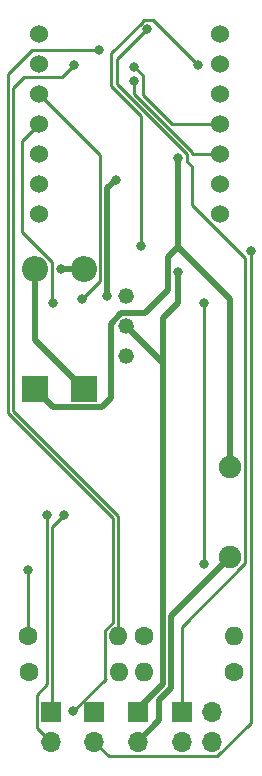
<source format=gbl>
%TF.GenerationSoftware,KiCad,Pcbnew,7.0.10*%
%TF.CreationDate,2024-06-11T00:53:48-07:00*%
%TF.ProjectId,FloatSID,466c6f61-7453-4494-942e-6b696361645f,rev?*%
%TF.SameCoordinates,Original*%
%TF.FileFunction,Copper,L2,Bot*%
%TF.FilePolarity,Positive*%
%FSLAX46Y46*%
G04 Gerber Fmt 4.6, Leading zero omitted, Abs format (unit mm)*
G04 Created by KiCad (PCBNEW 7.0.10) date 2024-06-11 00:53:48*
%MOMM*%
%LPD*%
G01*
G04 APERTURE LIST*
%TA.AperFunction,ComponentPad*%
%ADD10C,1.524000*%
%TD*%
%TA.AperFunction,ComponentPad*%
%ADD11C,1.600000*%
%TD*%
%TA.AperFunction,ComponentPad*%
%ADD12O,1.600000X1.600000*%
%TD*%
%TA.AperFunction,ComponentPad*%
%ADD13C,1.320800*%
%TD*%
%TA.AperFunction,ComponentPad*%
%ADD14R,1.700000X1.700000*%
%TD*%
%TA.AperFunction,ComponentPad*%
%ADD15O,1.700000X1.700000*%
%TD*%
%TA.AperFunction,ComponentPad*%
%ADD16O,2.200000X2.200000*%
%TD*%
%TA.AperFunction,ComponentPad*%
%ADD17R,2.200000X2.200000*%
%TD*%
%TA.AperFunction,ComponentPad*%
%ADD18C,1.905000*%
%TD*%
%TA.AperFunction,ViaPad*%
%ADD19C,0.800000*%
%TD*%
%TA.AperFunction,Conductor*%
%ADD20C,0.250000*%
%TD*%
%TA.AperFunction,Conductor*%
%ADD21C,0.500000*%
%TD*%
G04 APERTURE END LIST*
D10*
%TO.P,U4,GND*%
%TO.N,Net-(U2-GND)*%
X133257500Y-80370400D03*
%TO.P,U4,10,D9*%
%TO.N,Net-(HBridge1-In1)*%
X133257500Y-85450400D03*
%TO.P,U4,9,D8*%
%TO.N,unconnected-(U4-D8-Pad9)*%
X133257500Y-87990400D03*
%TO.P,U4,8,D7*%
%TO.N,Net-(U4-D7)*%
X133257500Y-90530400D03*
%TO.P,U4,7,D6*%
%TO.N,Net-(U4-D6)*%
X133257500Y-93070400D03*
%TO.P,U4,6,D5_SCL*%
%TO.N,N/C*%
X117957500Y-93070400D03*
%TO.P,U4,5V*%
X133257500Y-77830400D03*
%TO.P,U4,5,D4_SDA*%
%TO.N,Net-(U2-SCL)*%
X117957500Y-90530400D03*
%TO.P,U4,4,D3*%
%TO.N,Net-(U2-SDA)*%
X117957500Y-87990400D03*
%TO.P,U4,3V3*%
%TO.N,Net-(U2-VDD)*%
X133257500Y-82910400D03*
%TO.P,U4,3,D2*%
%TO.N,unconnected-(U4-D2-Pad3)*%
X117957500Y-85450400D03*
%TO.P,U4,2,D1*%
%TO.N,unconnected-(U4-D1-Pad2)*%
X117957500Y-82910400D03*
%TO.P,U4,1,D0*%
%TO.N,Net-(U4-D0)*%
X117957500Y-80370400D03*
%TO.P,U4,0*%
%TO.N,N/C*%
X117957500Y-77830400D03*
%TD*%
D11*
%TO.P,R1,1*%
%TO.N,Net-(HBridge1-VDD)*%
X117035100Y-131900000D03*
D12*
%TO.P,R1,2*%
%TO.N,Net-(U4-D0)*%
X124655100Y-131900000D03*
%TD*%
D11*
%TO.P,R4,1*%
%TO.N,Net-(U2-SCL)*%
X117025100Y-128800000D03*
D12*
%TO.P,R4,2*%
%TO.N,Net-(U2-VDD)*%
X124645100Y-128800000D03*
%TD*%
D13*
%TO.P,SW1,1,A*%
%TO.N,Net-(B4-+)*%
X125324900Y-102600000D03*
%TO.P,SW1,2,B*%
%TO.N,Net-(HBridge1-VDD)*%
X125324900Y-100060000D03*
%TO.P,SW1,3,C*%
%TO.N,unconnected-(SW1-C-Pad3)*%
X125324900Y-105140000D03*
%TD*%
D14*
%TO.P,U2,1,GND*%
%TO.N,Net-(U2-GND)*%
X130000000Y-135260000D03*
D15*
%TO.P,U2,2,VDD*%
%TO.N,Net-(U2-VDD)*%
X132540000Y-135260000D03*
%TO.P,U2,3,SCL*%
%TO.N,Net-(U2-SCL)*%
X130000000Y-137800000D03*
%TO.P,U2,4,SDA*%
%TO.N,Net-(U2-SDA)*%
X132540000Y-137800000D03*
%TD*%
D16*
%TO.P,D1,2,A*%
%TO.N,Net-(D1-A)*%
X117600000Y-97720000D03*
D17*
%TO.P,D1,1,K*%
%TO.N,Net-(D1-K)*%
X117600000Y-107880000D03*
%TD*%
D14*
%TO.P,SW2,1*%
%TO.N,unconnected-(U4-D1-Pad2)*%
X118900000Y-135225000D03*
D15*
%TO.P,SW2,2*%
%TO.N,unconnected-(U4-D2-Pad3)*%
X118900000Y-137765000D03*
%TD*%
D14*
%TO.P,B4,1,+*%
%TO.N,Net-(B4-+)*%
X126300000Y-135225000D03*
D15*
%TO.P,B4,2,-*%
%TO.N,Net-(B4--)*%
X126300000Y-137765000D03*
%TD*%
D18*
%TO.P,F1,1*%
%TO.N,Net-(D1-K)*%
X134120000Y-114490000D03*
%TO.P,F1,2*%
%TO.N,Net-(B4--)*%
X134120000Y-122110000D03*
%TD*%
D11*
%TO.P,R2,1*%
%TO.N,Net-(D2-A)*%
X126835100Y-128800000D03*
D12*
%TO.P,R2,2*%
%TO.N,Net-(U4-D0)*%
X134455100Y-128800000D03*
%TD*%
D14*
%TO.P,M1,1,+*%
%TO.N,Net-(HBridge1-Out1)*%
X122600000Y-135225000D03*
D15*
%TO.P,M1,2,-*%
%TO.N,Net-(HBridge1-Out2)*%
X122600000Y-137765000D03*
%TD*%
D16*
%TO.P,D2,2,A*%
%TO.N,Net-(D2-A)*%
X121700000Y-97720000D03*
D17*
%TO.P,D2,1,K*%
%TO.N,Net-(D1-A)*%
X121700000Y-107880000D03*
%TD*%
D11*
%TO.P,R3,1*%
%TO.N,Net-(U2-VDD)*%
X134455100Y-131900000D03*
D12*
%TO.P,R3,2*%
%TO.N,Net-(U2-SDA)*%
X126835100Y-131900000D03*
%TD*%
D19*
%TO.N,unconnected-(U4-D1-Pad2)*%
X120000000Y-118600000D03*
%TO.N,unconnected-(U4-D2-Pad3)*%
X118600000Y-118600000D03*
%TO.N,unconnected-(U4-D1-Pad2)*%
X121600000Y-100300000D03*
%TO.N,unconnected-(U4-D2-Pad3)*%
X119100000Y-100600000D03*
%TO.N,Net-(B4-+)*%
X131400000Y-80500000D03*
X126600000Y-95800000D03*
%TO.N,unconnected-(U4-D8-Pad9)*%
X126000000Y-81800000D03*
%TO.N,Net-(HBridge1-In1)*%
X126000000Y-80600000D03*
%TO.N,Net-(HBridge1-Out1)*%
X123000000Y-79200000D03*
%TO.N,Net-(HBridge1-Out2)*%
X135900000Y-96200000D03*
%TO.N,Net-(HBridge1-Out1)*%
X120800000Y-135200000D03*
%TO.N,Net-(U4-D0)*%
X131900000Y-122700000D03*
X131900000Y-100600000D03*
%TO.N,Net-(HBridge1-VDD)*%
X124400000Y-90200000D03*
X123700000Y-100000000D03*
%TO.N,Net-(U2-GND)*%
X127100000Y-77400000D03*
%TO.N,Net-(U2-VDD)*%
X120862500Y-80462500D03*
%TO.N,Net-(U2-SCL)*%
X117000000Y-123200000D03*
%TO.N,Net-(D2-A)*%
X119780000Y-97720000D03*
%TO.N,Net-(D1-K)*%
X129700000Y-88300000D03*
%TO.N,Net-(B4-+)*%
X129700000Y-98000000D03*
%TD*%
D20*
%TO.N,unconnected-(U4-D2-Pad3)*%
X116500000Y-86907900D02*
X117957500Y-85450400D01*
X116500000Y-94604745D02*
X116500000Y-86907900D01*
X119055000Y-97159745D02*
X116500000Y-94604745D01*
X119100000Y-100600000D02*
X119055000Y-100555000D01*
X119055000Y-100555000D02*
X119055000Y-97159745D01*
%TO.N,unconnected-(U4-D1-Pad2)*%
X123125000Y-98775000D02*
X121600000Y-100300000D01*
X123125000Y-88077900D02*
X123125000Y-98775000D01*
X117957500Y-82910400D02*
X123125000Y-88077900D01*
%TO.N,Net-(U2-VDD)*%
X115725000Y-82375000D02*
X116642600Y-81457400D01*
X115725000Y-109725000D02*
X115725000Y-82375000D01*
X124645100Y-118645100D02*
X115725000Y-109725000D01*
X116642600Y-81457400D02*
X119867600Y-81457400D01*
X119867600Y-81457400D02*
X120862500Y-80462500D01*
X124645100Y-128800000D02*
X124645100Y-118645100D01*
%TO.N,Net-(U2-GND)*%
X124500000Y-80000000D02*
X127100000Y-77400000D01*
D21*
%TO.N,Net-(HBridge1-VDD)*%
X123700000Y-90900000D02*
X124400000Y-90200000D01*
X123700000Y-100000000D02*
X123700000Y-90900000D01*
%TO.N,Net-(D1-K)*%
X128850000Y-96725000D02*
X129700000Y-95875000D01*
X128850000Y-99550000D02*
X128850000Y-96725000D01*
X126910400Y-101489600D02*
X128850000Y-99550000D01*
X124000000Y-108680000D02*
X124000000Y-102354557D01*
X124000000Y-102354557D02*
X124864957Y-101489600D01*
X119150000Y-109430000D02*
X123250000Y-109430000D01*
X123250000Y-109430000D02*
X124000000Y-108680000D01*
X117600000Y-107880000D02*
X119150000Y-109430000D01*
X124864957Y-101489600D02*
X126910400Y-101489600D01*
%TO.N,Net-(D1-A)*%
X121700000Y-107880000D02*
X117600000Y-103780000D01*
X117600000Y-103780000D02*
X117600000Y-97720000D01*
%TO.N,Net-(D1-K)*%
X129700000Y-95900000D02*
X129700000Y-95875000D01*
X134100000Y-114470000D02*
X134100000Y-100300000D01*
X134100000Y-100300000D02*
X129700000Y-95900000D01*
X134120000Y-114490000D02*
X134100000Y-114470000D01*
%TO.N,Net-(B4-+)*%
X128400000Y-101900000D02*
X128400000Y-106100000D01*
X129700000Y-98000000D02*
X129700000Y-100600000D01*
X129700000Y-100600000D02*
X128400000Y-101900000D01*
D20*
%TO.N,Net-(U2-GND)*%
X124500000Y-82074695D02*
X124500000Y-80000000D01*
X130425000Y-88600305D02*
X130425000Y-87999695D01*
X130900000Y-89075305D02*
X130425000Y-88600305D01*
X130425000Y-87999695D02*
X124500000Y-82074695D01*
X130900000Y-92300000D02*
X130900000Y-89075305D01*
X135397500Y-96797500D02*
X130900000Y-92300000D01*
X135397500Y-122639158D02*
X135397500Y-96797500D01*
X130000000Y-135260000D02*
X130000000Y-128036658D01*
X130000000Y-128036658D02*
X135397500Y-122639158D01*
D21*
%TO.N,Net-(B4-+)*%
X128400000Y-106100000D02*
X128400000Y-105675100D01*
X128400000Y-132900000D02*
X128400000Y-106100000D01*
%TO.N,Net-(B4--)*%
X129100000Y-127130000D02*
X134120000Y-122110000D01*
X128100000Y-134189950D02*
X129100000Y-133189949D01*
X128100000Y-135965000D02*
X128100000Y-134189950D01*
X129100000Y-133189949D02*
X129100000Y-127130000D01*
X126300000Y-137765000D02*
X128100000Y-135965000D01*
%TO.N,Net-(B4-+)*%
X128400000Y-105675100D02*
X125324900Y-102600000D01*
X126300000Y-135000000D02*
X128400000Y-132900000D01*
X126300000Y-135225000D02*
X126300000Y-135000000D01*
D20*
%TO.N,unconnected-(U4-D2-Pad3)*%
X118600000Y-132900000D02*
X118600000Y-118600000D01*
X117725000Y-133775000D02*
X118600000Y-132900000D01*
X117725000Y-136590000D02*
X117725000Y-133775000D01*
X118900000Y-137765000D02*
X117725000Y-136590000D01*
%TO.N,unconnected-(U4-D1-Pad2)*%
X119050000Y-135075000D02*
X118900000Y-135225000D01*
X119050000Y-119550000D02*
X119050000Y-135075000D01*
X120000000Y-118600000D02*
X119050000Y-119550000D01*
%TO.N,Net-(HBridge1-In1)*%
X129148497Y-85450400D02*
X133257500Y-85450400D01*
X126725000Y-83026903D02*
X129148497Y-85450400D01*
X126000000Y-80600000D02*
X126725000Y-81325000D01*
X126725000Y-81325000D02*
X126725000Y-83026903D01*
%TO.N,unconnected-(U4-D8-Pad9)*%
X130875000Y-87990400D02*
X133257500Y-87990400D01*
X130875000Y-87813299D02*
X130875000Y-87990400D01*
X126000000Y-81800000D02*
X126000000Y-82938299D01*
X126000000Y-82938299D02*
X130875000Y-87813299D01*
%TO.N,Net-(HBridge1-Out1)*%
X117300000Y-79200000D02*
X123000000Y-79200000D01*
X115275000Y-81225000D02*
X117300000Y-79200000D01*
X124195100Y-118831496D02*
X115275000Y-109911396D01*
X115275000Y-109911396D02*
X115275000Y-81225000D01*
X124179109Y-127675000D02*
X124195100Y-127675000D01*
X123520100Y-132355990D02*
X123520100Y-128334009D01*
X123520100Y-128334009D02*
X124179109Y-127675000D01*
X123582055Y-132417945D02*
X123520100Y-132355990D01*
X120800000Y-135200000D02*
X123582055Y-132417945D01*
X124195100Y-127675000D02*
X124195100Y-118831496D01*
%TO.N,Net-(HBridge1-Out2)*%
X135847500Y-136154201D02*
X135847500Y-96252500D01*
X135847500Y-96252500D02*
X135900000Y-96200000D01*
X133026701Y-138975000D02*
X135847500Y-136154201D01*
X123810000Y-138975000D02*
X133026701Y-138975000D01*
X122600000Y-137765000D02*
X123810000Y-138975000D01*
%TO.N,Net-(B4-+)*%
X127575000Y-76675000D02*
X126799695Y-76675000D01*
X131400000Y-80500000D02*
X127575000Y-76675000D01*
X126799695Y-76675000D02*
X126637347Y-76837347D01*
X124050000Y-79424695D02*
X126687348Y-76787347D01*
X124050000Y-82261091D02*
X124050000Y-79424695D01*
X126600000Y-84811091D02*
X124050000Y-82261091D01*
X126600000Y-95800000D02*
X126600000Y-84811091D01*
%TO.N,Net-(U4-D0)*%
X131900000Y-100600000D02*
X131900000Y-122700000D01*
%TO.N,Net-(U2-SCL)*%
X117025100Y-123225100D02*
X117025100Y-128800000D01*
X117000000Y-123200000D02*
X117025100Y-123225100D01*
D21*
%TO.N,Net-(D2-A)*%
X119780000Y-97720000D02*
X121700000Y-97720000D01*
%TO.N,Net-(D1-K)*%
X129700000Y-88300000D02*
X129700000Y-95875000D01*
%TD*%
M02*

</source>
